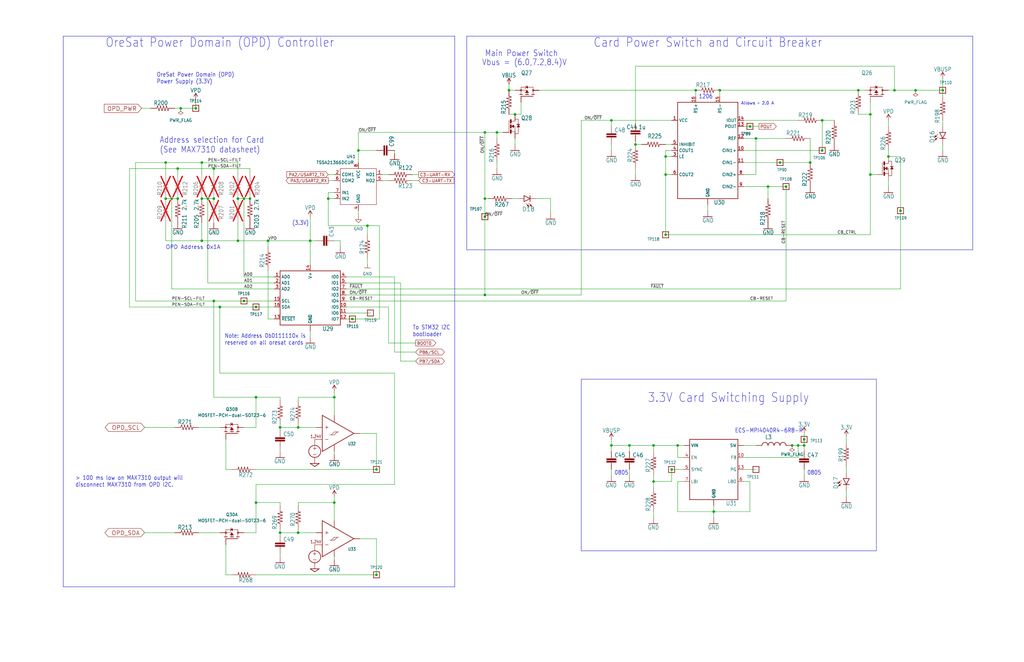
<source format=kicad_sch>
(kicad_sch (version 20231120) (generator "eeschema") (generator_version "8.0")
  (paper "B")
  (title_block (title "OreSat ADCS Card") (date "2023-11-21") (rev "v1.3"))
  (junction (at 74.93 71.12))
  (junction (at 397.51 38.1))
  (junction (at 346.71 63.5))
  (junction (at 334.01 187.96))
  (junction (at 87.63 83.82))
  (junction (at 341.63 68.58))
  (junction (at 102.87 127))
  (junction (at 257.81 187.96))
  (junction (at 158.75 198.12))
  (junction (at 209.55 55.88))
  (junction (at 85.09 83.82))
  (junction (at 107.95 167.64))
  (junction (at 102.87 83.82))
  (junction (at 92.71 129.54))
  (junction (at 336.55 187.96))
  (junction (at 74.93 83.82))
  (junction (at 285.75 187.96))
  (junction (at 107.95 212.09))
  (junction (at 140.97 167.64))
  (junction (at 293.37 38.1))
  (junction (at 107.95 129.54))
  (junction (at 125.73 224.79))
  (junction (at 90.17 83.82))
  (junction (at 105.41 83.82))
  (junction (at 374.65 66.04))
  (junction (at 267.97 60.96))
  (junction (at 361.95 38.1))
  (junction (at 386.08 38.1))
  (junction (at 377.19 38.1))
  (junction (at 275.59 187.96))
  (junction (at 125.73 180.34))
  (junction (at 151.13 63.5))
  (junction (at 280.67 73.66))
  (junction (at 118.11 180.34))
  (junction (at 367.03 73.66))
  (junction (at 138.43 83.82))
  (junction (at 280.67 99.06))
  (junction (at 214.63 38.1))
  (junction (at 339.09 185.42))
  (junction (at 303.53 38.1))
  (junction (at 316.23 53.34))
  (junction (at 140.97 212.09))
  (junction (at 113.03 101.6))
  (junction (at 204.47 124.46))
  (junction (at 130.81 101.6))
  (junction (at 85.09 68.58))
  (junction (at 82.55 45.72))
  (junction (at 72.39 83.82))
  (junction (at 328.93 68.58))
  (junction (at 100.33 83.82))
  (junction (at 339.09 187.96))
  (junction (at 69.85 68.58))
  (junction (at 331.47 78.74))
  (junction (at 148.59 134.62))
  (junction (at 69.85 83.82))
  (junction (at 318.77 58.42))
  (junction (at 257.81 50.8))
  (junction (at 90.17 71.12))
  (junction (at 204.47 83.82))
  (junction (at 379.73 88.9))
  (junction (at 76.2 45.72))
  (junction (at 118.11 224.79))
  (junction (at 85.09 101.6))
  (junction (at 217.17 48.26))
  (junction (at 265.43 187.96))
  (junction (at 367.03 48.26))
  (junction (at 346.71 50.8))
  (junction (at 154.94 95.25))
  (junction (at 323.85 78.74))
  (junction (at 158.75 242.57))
  (junction (at 275.59 203.2))
  (junction (at 300.99 215.9))
  (junction (at 283.21 198.12))
  (junction (at 100.33 101.6))
  (junction (at 90.17 127))
  (junction (at 280.67 66.04))
  (junction (at 204.47 91.44))
  (junction (at 204.47 55.88))
  (wire (pts (xy 166.37 204.47) (xy 166.37 157.48)))
  (wire (pts (xy 160.02 134.62) (xy 160.02 95.25)))
  (wire (pts (xy 118.11 190.5) (xy 118.11 189.23)))
  (wire (pts (xy 95.25 242.57) (xy 95.25 229.87)))
  (wire (pts (xy 74.93 83.82) (xy 72.39 83.82)))
  (wire (pts (xy 140.97 212.09) (xy 140.97 219.71)))
  (wire (pts (xy 367.03 99.06) (xy 280.67 99.06)))
  (wire (pts (xy 69.85 73.66) (xy 69.85 68.58)))
  (wire (pts (xy 226.06 83.82) (xy 232.156 83.82)))
  (wire (pts (xy 285.75 215.9) (xy 300.99 215.9)))
  (wire (pts (xy 146.05 132.08) (xy 156.21 132.08)))
  (wire (pts (xy 107.95 180.34) (xy 102.87 180.34)))
  (wire (pts (xy 275.59 203.2) (xy 275.59 200.66)))
  (wire (pts (xy 257.81 187.96) (xy 265.43 187.96)))
  (wire (pts (xy 163.83 129.54) (xy 163.83 144.78)))
  (wire (pts (xy 140.97 81.28) (xy 138.43 81.28)))
  (wire (pts (xy 151.765 182.88) (xy 158.75 182.88)))
  (wire (pts (xy 293.37 38.1) (xy 293.37 40.64)))
  (wire (pts (xy 130.81 101.6) (xy 133.35 101.6)))
  (wire (pts (xy 209.55 55.88) (xy 212.09 55.88)))
  (wire (pts (xy 146.05 129.54) (xy 163.83 129.54)))
  (wire (pts (xy 87.63 119.38) (xy 87.63 83.82)))
  (wire (pts (xy 146.05 127) (xy 331.47 127)))
  (wire (pts (xy 166.37 63.5) (xy 166.37 64.77)))
  (wire (pts (xy 265.43 200.66) (xy 265.43 198.12)))
  (wire (pts (xy 313.69 187.96) (xy 318.77 187.96)))
  (wire (pts (xy 374.65 38.1) (xy 377.19 38.1)))
  (wire (pts (xy 275.59 187.96) (xy 265.43 187.96)))
  (wire (pts (xy 313.69 198.12) (xy 318.77 198.12)))
  (wire (pts (xy 90.17 127) (xy 102.87 127)))
  (wire (pts (xy 339.09 190.5) (xy 339.09 187.96)))
  (wire (pts (xy 138.43 81.28) (xy 138.43 83.82)))
  (wire (pts (xy 267.97 73.66) (xy 267.97 71.12)))
  (wire (pts (xy 72.39 121.92) (xy 72.39 83.82)))
  (wire (pts (xy 397.51 33.02) (xy 397.51 38.1)))
  (wire (pts (xy 341.63 68.58) (xy 341.63 58.42)))
  (wire (pts (xy 107.95 212.09) (xy 107.95 224.79)))
  (wire (pts (xy 209.55 55.88) (xy 204.47 55.88)))
  (wire (pts (xy 176.53 76.2) (xy 173.99 76.2)))
  (wire (pts (xy 73.66 224.79) (xy 60.96 224.79)))
  (wire (pts (xy 356.87 196.85) (xy 356.87 199.39)))
  (wire (pts (xy 102.87 83.82) (xy 100.33 83.82)))
  (wire (pts (xy 379.73 121.92) (xy 146.05 121.92)))
  (wire (pts (xy 138.43 83.82) (xy 140.97 83.82)))
  (wire (pts (xy 107.95 198.12) (xy 158.75 198.12)))
  (wire (pts (xy 168.91 119.38) (xy 168.91 152.4)))
  (wire (pts (xy 151.13 63.5) (xy 158.75 63.5)))
  (wire (pts (xy 90.17 73.66) (xy 90.17 71.12)))
  (wire (pts (xy 397.51 38.1) (xy 397.51 40.64)))
  (polyline (pts (xy 196.85 105.41) (xy 196.85 15.24)))
  (wire (pts (xy 374.65 66.04) (xy 379.73 66.04)))
  (wire (pts (xy 125.73 213.36) (xy 125.73 212.09)))
  (wire (pts (xy 100.33 101.6) (xy 100.33 93.98)))
  (wire (pts (xy 316.23 215.9) (xy 300.99 215.9)))
  (wire (pts (xy 298.45 88.9) (xy 298.45 86.36)))
  (wire (pts (xy 313.69 53.34) (xy 316.23 53.34)))
  (wire (pts (xy 90.17 71.12) (xy 105.41 71.12)))
  (wire (pts (xy 115.57 116.84) (xy 102.87 116.84)))
  (polyline (pts (xy 369.57 160.02) (xy 369.57 232.41)))
  (wire (pts (xy 107.95 167.64) (xy 90.17 167.64)))
  (wire (pts (xy 374.65 76.2) (xy 374.65 78.74)))
  (wire (pts (xy 130.81 142.24) (xy 130.81 139.7)))
  (wire (pts (xy 283.21 198.12) (xy 283.21 203.2)))
  (wire (pts (xy 151.765 227.33) (xy 158.75 227.33)))
  (wire (pts (xy 57.15 127) (xy 57.15 68.58)))
  (polyline (pts (xy 191.77 247.65) (xy 26.67 247.65)))
  (wire (pts (xy 257.81 187.96) (xy 257.81 185.42)))
  (wire (pts (xy 209.55 68.58) (xy 209.55 71.12)))
  (wire (pts (xy 377.19 27.94) (xy 377.19 38.1)))
  (wire (pts (xy 204.47 83.82) (xy 204.47 91.44)))
  (wire (pts (xy 143.51 101.6) (xy 143.51 104.14)))
  (wire (pts (xy 57.15 127) (xy 90.17 127)))
  (polyline (pts (xy 245.11 160.02) (xy 369.57 160.02)))
  (wire (pts (xy 140.97 167.64) (xy 140.97 165.1)))
  (wire (pts (xy 257.81 53.34) (xy 257.81 50.8)))
  (polyline (pts (xy 245.11 232.41) (xy 245.11 160.02)))
  (wire (pts (xy 92.71 157.48) (xy 92.71 129.54)))
  (wire (pts (xy 158.75 182.88) (xy 158.75 198.12)))
  (wire (pts (xy 267.97 27.94) (xy 377.19 27.94)))
  (wire (pts (xy 328.93 68.58) (xy 313.69 68.58)))
  (wire (pts (xy 280.67 73.66) (xy 283.21 73.66)))
  (wire (pts (xy 73.66 180.34) (xy 60.96 180.34)))
  (wire (pts (xy 283.21 198.12) (xy 288.29 198.12)))
  (wire (pts (xy 336.55 187.96) (xy 339.09 187.96)))
  (wire (pts (xy 313.69 193.04) (xy 336.55 193.04)))
  (wire (pts (xy 280.67 63.5) (xy 280.67 66.04)))
  (wire (pts (xy 204.47 55.88) (xy 151.13 55.88)))
  (wire (pts (xy 336.55 187.96) (xy 334.01 187.96)))
  (wire (pts (xy 283.21 203.2) (xy 275.59 203.2)))
  (wire (pts (xy 102.87 116.84) (xy 102.87 83.82)))
  (wire (pts (xy 146.05 119.38) (xy 168.91 119.38)))
  (wire (pts (xy 154.94 95.25) (xy 138.43 95.25)))
  (wire (pts (xy 118.11 167.64) (xy 107.95 167.64)))
  (wire (pts (xy 115.57 129.54) (xy 107.95 129.54)))
  (wire (pts (xy 63.5 45.72) (xy 59.69 45.72)))
  (wire (pts (xy 113.03 101.6) (xy 130.81 101.6)))
  (wire (pts (xy 163.83 76.2) (xy 161.29 76.2)))
  (wire (pts (xy 285.75 193.04) (xy 288.29 193.04)))
  (wire (pts (xy 346.71 50.8) (xy 351.79 50.8)))
  (polyline (pts (xy 26.67 15.24) (xy 191.77 15.24)))
  (wire (pts (xy 367.03 48.26) (xy 367.03 73.66)))
  (wire (pts (xy 316.23 203.2) (xy 316.23 215.9)))
  (wire (pts (xy 118.11 168.91) (xy 118.11 167.64)))
  (wire (pts (xy 118.11 234.95) (xy 118.11 233.68)))
  (wire (pts (xy 204.47 55.88) (xy 204.47 83.82)))
  (polyline (pts (xy 196.85 15.24) (xy 410.21 15.24)))
  (wire (pts (xy 214.63 48.26) (xy 217.17 48.26)))
  (wire (pts (xy 118.11 224.79) (xy 125.73 224.79)))
  (wire (pts (xy 107.95 212.09) (xy 107.95 204.47)))
  (wire (pts (xy 280.67 66.04) (xy 280.67 73.66)))
  (wire (pts (xy 303.53 38.1) (xy 361.95 38.1)))
  (wire (pts (xy 92.71 224.79) (xy 83.82 224.79)))
  (wire (pts (xy 313.69 50.8) (xy 336.55 50.8)))
  (wire (pts (xy 275.59 218.44) (xy 275.59 215.9)))
  (wire (pts (xy 318.77 73.66) (xy 318.77 58.42)))
  (wire (pts (xy 257.81 50.8) (xy 283.21 50.8)))
  (wire (pts (xy 267.97 52.07) (xy 267.97 27.94)))
  (wire (pts (xy 125.73 223.52) (xy 125.73 224.79)))
  (wire (pts (xy 356.87 184.15) (xy 356.87 186.69)))
  (wire (pts (xy 397.51 60.96) (xy 397.51 63.5)))
  (wire (pts (xy 87.63 83.82) (xy 85.09 83.82)))
  (wire (pts (xy 361.95 38.1) (xy 364.49 38.1)))
  (wire (pts (xy 331.47 78.74) (xy 323.85 78.74)))
  (wire (pts (xy 280.67 66.04) (xy 283.21 66.04)))
  (wire (pts (xy 140.97 167.64) (xy 125.73 167.64)))
  (wire (pts (xy 92.71 129.54) (xy 54.61 129.54)))
  (wire (pts (xy 69.85 101.6) (xy 69.85 93.98)))
  (wire (pts (xy 318.77 58.42) (xy 331.47 58.42)))
  (wire (pts (xy 303.53 40.64) (xy 303.53 38.1)))
  (wire (pts (xy 323.85 83.82) (xy 323.85 78.74)))
  (wire (pts (xy 100.33 73.66) (xy 100.33 68.58)))
  (wire (pts (xy 73.66 45.72) (xy 76.2 45.72)))
  (wire (pts (xy 74.93 73.66) (xy 74.93 71.12)))
  (wire (pts (xy 92.71 180.34) (xy 83.82 180.34)))
  (polyline (pts (xy 410.21 15.24) (xy 410.21 105.41)))
  (wire (pts (xy 217.17 48.26) (xy 219.71 48.26)))
  (wire (pts (xy 118.11 212.09) (xy 107.95 212.09)))
  (wire (pts (xy 283.21 63.5) (xy 280.67 63.5)))
  (wire (pts (xy 57.15 68.58) (xy 69.85 68.58)))
  (wire (pts (xy 219.71 48.26) (xy 219.71 43.18)))
  (polyline (pts (xy 26.67 247.65) (xy 26.67 15.24)))
  (wire (pts (xy 166.37 116.84) (xy 166.37 148.59)))
  (polyline (pts (xy 369.57 232.41) (xy 245.11 232.41)))
  (wire (pts (xy 166.37 148.59) (xy 175.26 148.59)))
  (wire (pts (xy 369.57 73.66) (xy 367.03 73.66)))
  (wire (pts (xy 107.95 129.54) (xy 92.71 129.54)))
  (wire (pts (xy 113.03 104.14) (xy 113.03 101.6)))
  (wire (pts (xy 105.41 71.12) (xy 105.41 73.66)))
  (wire (pts (xy 336.55 193.04) (xy 336.55 187.96)))
  (wire (pts (xy 125.73 180.34) (xy 133.35 180.34)))
  (wire (pts (xy 163.83 73.66) (xy 161.29 73.66)))
  (wire (pts (xy 356.87 207.01) (xy 356.87 209.55)))
  (wire (pts (xy 130.81 111.76) (xy 130.81 101.6)))
  (wire (pts (xy 288.29 187.96) (xy 285.75 187.96)))
  (wire (pts (xy 151.13 55.88) (xy 151.13 63.5)))
  (wire (pts (xy 151.13 63.5) (xy 151.13 68.58)))
  (wire (pts (xy 138.43 76.2) (xy 140.97 76.2)))
  (wire (pts (xy 95.25 198.12) (xy 95.25 185.42)))
  (wire (pts (xy 245.11 124.46) (xy 245.11 50.8)))
  (wire (pts (xy 107.95 204.47) (xy 166.37 204.47)))
  (wire (pts (xy 115.57 134.62) (xy 113.03 134.62)))
  (wire (pts (xy 97.79 198.12) (xy 95.25 198.12)))
  (wire (pts (xy 374.65 50.8) (xy 374.65 53.34)))
  (polyline (pts (xy 191.77 15.24) (xy 191.77 247.65)))
  (wire (pts (xy 74.93 71.12) (xy 90.17 71.12)))
  (wire (pts (xy 140.97 236.22) (xy 140.97 234.95)))
  (wire (pts (xy 130.81 101.6) (xy 130.81 91.44)))
  (wire (pts (xy 313.69 73.66) (xy 318.77 73.66)))
  (wire (pts (xy 118.11 224.79) (xy 118.11 223.52)))
  (wire (pts (xy 377.19 38.1) (xy 386.08 38.1)))
  (wire (pts (xy 323.85 78.74) (xy 313.69 78.74)))
  (wire (pts (xy 214.63 38.1) (xy 217.17 38.1)))
  (wire (pts (xy 209.55 58.42) (xy 209.55 55.88)))
  (wire (pts (xy 97.79 242.57) (xy 95.25 242.57)))
  (wire (pts (xy 151.13 88.9) (xy 151.13 91.44)))
  (wire (pts (xy 115.57 119.38) (xy 87.63 119.38)))
  (wire (pts (xy 85.09 73.66) (xy 85.09 68.58)))
  (wire (pts (xy 397.51 50.8) (xy 397.51 53.34)))
  (wire (pts (xy 54.61 71.12) (xy 74.93 71.12)))
  (wire (pts (xy 367.03 48.26) (xy 367.03 43.18)))
  (wire (pts (xy 204.47 124.46) (xy 245.11 124.46)))
  (wire (pts (xy 146.05 124.46) (xy 204.47 124.46)))
  (wire (pts (xy 280.67 99.06) (xy 280.67 73.66)))
  (wire (pts (xy 285.75 203.2) (xy 285.75 215.9)))
  (wire (pts (xy 118.11 224.79) (xy 118.11 226.06)))
  (wire (pts (xy 138.43 95.25) (xy 138.43 83.82)))
  (wire (pts (xy 285.75 187.96) (xy 275.59 187.96)))
  (wire (pts (xy 168.91 152.4) (xy 175.26 152.4)))
  (wire (pts (xy 85.09 101.6) (xy 100.33 101.6)))
  (wire (pts (xy 125.73 168.91) (xy 125.73 167.64)))
  (wire (pts (xy 275.59 205.74) (xy 275.59 203.2)))
  (wire (pts (xy 154.94 95.25) (xy 154.94 99.06)))
  (wire (pts (xy 361.95 48.26) (xy 367.03 48.26)))
  (wire (pts (xy 113.03 114.3) (xy 113.03 134.62)))
  (wire (pts (xy 90.17 167.64) (xy 90.17 127)))
  (wire (pts (xy 257.81 63.5) (xy 257.81 60.96)))
  (wire (pts (xy 166.37 116.84) (xy 146.05 116.84)))
  (wire (pts (xy 107.95 224.79) (xy 102.87 224.79)))
  (wire (pts (xy 90.17 83.82) (xy 87.63 83.82)))
  (wire (pts (xy 118.11 181.61) (xy 118.11 180.34)))
  (wire (pts (xy 339.09 187.96) (xy 339.09 185.42)))
  (wire (pts (xy 257.81 190.5) (xy 257.81 187.96)))
  (wire (pts (xy 125.73 179.07) (xy 125.73 180.34)))
  (wire (pts (xy 69.85 68.58) (xy 85.09 68.58)))
  (wire (pts (xy 85.09 101.6) (xy 85.09 93.98)))
  (wire (pts (xy 379.73 88.9) (xy 379.73 121.92)))
  (wire (pts (xy 313.69 203.2) (xy 316.23 203.2)))
  (wire (pts (xy 176.53 73.66) (xy 173.99 73.66)))
  (polyline (pts (xy 410.21 105.41) (xy 196.85 105.41)))
  (wire (pts (xy 140.97 191.77) (xy 140.97 190.5)))
  (wire (pts (xy 232.156 83.82) (xy 232.156 89.916)))
  (wire (pts (xy 214.63 35.56) (xy 214.63 38.1)))
  (wire (pts (xy 163.83 144.78) (xy 175.26 144.78)))
  (wire (pts (xy 257.81 198.12) (xy 257.81 200.66)))
  (wire (pts (xy 166.37 157.48) (xy 92.71 157.48)))
  (wire (pts (xy 267.97 60.96) (xy 270.51 60.96)))
  (wire (pts (xy 328.93 68.58) (xy 341.63 68.58)))
  (wire (pts (xy 118.11 180.34) (xy 118.11 179.07)))
  (wire (pts (xy 72.39 83.82) (xy 69.85 83.82)))
  (wire (pts (xy 204.47 91.44) (xy 204.47 124.46)))
  (wire (pts (xy 118.11 180.34) (xy 125.73 180.34)))
  (wire (pts (xy 339.09 200.66) (xy 339.09 198.12)))
  (wire (pts (xy 339.09 182.88) (xy 339.09 185.42)))
  (wire (pts (xy 140.97 212.09) (xy 140.97 209.55)))
  (wire (pts (xy 300.99 218.44) (xy 300.99 215.9)))
  (wire (pts (xy 69.85 101.6) (xy 85.09 101.6)))
  (wire (pts (xy 313.69 63.5) (xy 346.71 63.5)))
  (wire (pts (xy 283.21 60.96) (xy 280.67 60.96)))
  (wire (pts (xy 85.09 68.58) (xy 100.33 68.58)))
  (wire (pts (xy 140.97 175.26) (xy 140.97 167.64)))
  (wire (pts (xy 82.55 45.72) (xy 82.55 41.91)))
  (wire (pts (xy 140.97 101.6) (xy 143.51 101.6)))
  (wire (pts (xy 107.95 167.64) (xy 107.95 180.34)))
  (wire (pts (xy 285.75 203.2) (xy 288.29 203.2)))
  (wire (pts (xy 379.73 66.04) (xy 379.73 88.9)))
  (wire (pts (xy 265.43 190.5) (xy 265.43 187.96)))
  (wire (pts (xy 275.59 190.5) (xy 275.59 187.96)))
  (wire (pts (xy 118.11 213.36) (xy 118.11 212.09)))
  (wire (pts (xy 115.57 121.92) (xy 72.39 121.92)))
  (wire (pts (xy 102.87 127) (xy 115.57 127)))
  (wire (pts (xy 245.11 50.8) (xy 257.81 50.8)))
  (wire (pts (xy 217.17 58.42) (xy 217.17 60.96)))
  (wire (pts (xy 227.33 38.1) (xy 293.37 38.1)))
  (wire (pts (xy 267.97 59.69) (xy 267.97 60.96)))
  (wire (pts (xy 331.47 127) (xy 331.47 78.74)))
  (wire (pts (xy 374.65 63.5) (xy 374.65 66.04)))
  (wire (pts (xy 346.71 63.5) (xy 346.71 50.8)))
  (wire (pts (xy 100.33 101.6) (xy 113.03 101.6)))
  (wire (pts (xy 316.23 53.34) (xy 320.04 53.34)))
  (wire (pts (xy 160.02 95.25) (xy 154.94 95.25)))
  (wire (pts (xy 285.75 193.04) (xy 285.75 187.96)))
  (wire (pts (xy 107.95 242.57) (xy 158.75 242.57)))
  (wire (pts (xy 367.03 73.66) (xy 367.03 99.06)))
  (wire (pts (xy 105.41 83.82) (xy 102.87 83.82)))
  (wire (pts (xy 215.9 83.82) (xy 218.44 83.82)))
  (wire (pts (xy 138.43 73.66) (xy 140.97 73.66)))
  (wire (pts (xy 313.69 58.42) (xy 318.77 58.42)))
  (wire (pts (xy 148.59 134.62) (xy 160.02 134.62)))
  (wire (pts (xy 54.61 129.54) (xy 54.61 71.12)))
  (wire (pts (xy 76.2 45.72) (xy 82.55 45.72)))
  (wire (pts (xy 140.97 212.09) (xy 125.73 212.09)))
  (wire (pts (xy 205.74 83.82) (xy 204.47 83.82)))
  (wire (pts (xy 148.59 134.62) (xy 146.05 134.62)))
  (wire (pts (xy 158.75 227.33) (xy 158.75 242.57)))
  (wire (pts (xy 386.08 38.1) (xy 397.51 38.1)))
  (wire (pts (xy 300.99 215.9) (xy 300.99 213.36)))
  (wire (pts (xy 154.94 111.76) (xy 154.94 109.22)))
  (wire (pts (xy 125.73 224.79) (xy 133.35 224.79)))
  (text "OPD Address 0x1A" (at 69.85 105.41 0) (effects (font (size 1.651 1.651)) (justify left bottom)))
  (text "Vbus = (6.0,7.2,8.4)V" (at 203.2 27.94 0) (effects (font (size 2.54 2.159)) (justify left bottom)))
  (text "Note: Address 0b0111110x is\nreserved on all oresat cards" (at 94.742 145.796 0) (effects (font (size 1.778 1.5113)) (justify left bottom)))
  (text "3.3V Card Switching Supply" (at 273.05 170.18 0) (effects (font (size 3.81 3.2385)) (justify left bottom)))
  (text "ECS-MPI4040R4-6R8-R" (at 309.88 182.88 0) (effects (font (size 1.778 1.5113)) (justify left bottom)))
  (text "Allows ~ 2.0 A" (at 312.42 44.45 0) (effects (font (size 1.27 1.27)) (justify left bottom)))
  (text "OreSat Power Domain (OPD)\nPower Supply (3.3V)" (at 66.04 35.56 0) (effects (font (size 1.778 1.5113)) (justify left bottom)))
  (text "> 100 ms low on MAX7310 output will\ndisconnect MAX7310 from OPD I2C." (at 31.75 205.74 0) (effects (font (size 1.778 1.5113)) (justify left bottom)))
  (text "Card Power Switch and Circuit Breaker" (at 250.19 20.32 0) (effects (font (size 3.81 3.2385)) (justify left bottom)))
  (text "1206" (at 294.64 41.91 0) (effects (font (size 1.778 1.5113)) (justify left bottom)))
  (text "(3.3V)" (at 123.19 95.25 0) (effects (font (size 1.778 1.5113)) (justify left bottom)))
  (text "To STM32 I2C\nbootloader" (at 173.99 142.24 0) (effects (font (size 1.778 1.5113)) (justify left bottom)))
  (text "Address selection for Card\n(See MAX7310 datasheet)" (at 67.31 64.77 0) (effects (font (size 2.54 2.159)) (justify left bottom)))
  (text "0805" (at 259.08 200.66 0) (effects (font (size 1.778 1.5113)) (justify left bottom)))
  (text "OreSat Power Domain (OPD) Controller" (at 44.45 20.32 0) (effects (font (size 3.81 3.2385)) (justify left bottom)))
  (text "0805" (at 340.36 200.66 0) (effects (font (size 1.778 1.5113)) (justify left bottom)))
  (text "Main Power Switch" (at 204.47 24.13 0) (effects (font (size 2.54 2.159)) (justify left bottom)))
  (label "~{FAULT}" (at 147.32 121.92 0) (effects (font (size 1.2446 1.2446))))
  (label "VPD" (at 113.03 101.6 0) (effects (font (size 1.2446 1.2446))))
  (label "PEN-SCL-FILT" (at 87.63 68.58 0) (effects (font (size 1.2446 1.2446))))
  (label "AD2" (at 102.87 121.92 0) (effects (font (size 1.2446 1.2446))))
  (label "CB-RESET" (at 147.32 127 0) (effects (font (size 1.2446 1.2446))))
  (label "AD1" (at 102.87 119.38 0) (effects (font (size 1.2446 1.2446))))
  (label "ON/~{OFF}" (at 151.13 55.88 0) (effects (font (size 1.2446 1.2446))))
  (label "PEN-SCL-FILT" (at 72.39 127 0) (effects (font (size 1.2446 1.2446))))
  (label "ON/~{OFF}" (at 204.47 91.44 0) (effects (font (size 1.2446 1.2446))))
  (label "AD0" (at 102.87 116.84 0) (effects (font (size 1.2446 1.2446))))
  (label "PEN-SDA-FILT" (at 87.63 71.12 0) (effects (font (size 1.2446 1.2446))))
  (label "~{FAULT}" (at 274.32 121.92 0) (effects (font (size 1.2446 1.2446))))
  (label "ON/~{OFF}" (at 147.32 124.46 0) (effects (font (size 1.2446 1.2446))))
  (label "CB_CTRL" (at 353.06 99.06 0) (effects (font (size 1.2446 1.2446))))
  (label "ON/~{OFF}" (at 246.38 50.8 0) (effects (font (size 1.2446 1.2446))))
  (label "CB-RESET" (at 316.23 127 0) (effects (font (size 1.2446 1.2446))))
  (label "PEN-SDA-FILT" (at 72.39 129.54 0) (effects (font (size 1.2446 1.2446))))
  (label "ON/~{OFF}" (at 204.47 64.77 90) (effects (font (size 1.2446 1.2446))))
  (label "CB-RESET" (at 331.47 102.87 90) (effects (font (size 1.2446 1.2446))))
  (label "ON/~{OFF}" (at 219.71 124.46 0) (effects (font (size 1.2446 1.2446))))
  (global_label "PA3{slash}USART2_RX" (shape output) (at 138.43 76.2 180) (property "Intersheetrefs" "${INTERSHEET_REFS}" (at 120.1028 76.2 0) (effects (justify right))))
  (global_label "C3-UART-RX" (shape output) (at 176.53 73.66 0) (property "Intersheetrefs" "${INTERSHEET_REFS}" (at 192.1963 73.66 0) (effects (justify left))))
  (global_label "OPD_SCL" (shape bidirectional) (at 60.96 180.34 180) (effects (font (size 1.778 1.778))) (property "Intersheetrefs" "${INTERSHEET_REFS}" (at 95.25 -210.82 0)))
  (global_label "PA2{slash}USART2_TX" (shape input) (at 138.43 73.66 180) (property "Intersheetrefs" "${INTERSHEET_REFS}" (at 120.4052 73.66 0) (effects (justify right))))
  (global_label "C3-UART-TX" (shape input) (at 176.53 76.2 0) (property "Intersheetrefs" "${INTERSHEET_REFS}" (at 191.8939 76.2 0) (effects (justify left))))
  (global_label "PB7{slash}SDA" (shape bidirectional) (at 175.26 152.4 0) (property "Intersheetrefs" "${INTERSHEET_REFS}" (at 186.3212 152.3206 0) (effects (justify left))))
  (global_label "OPD_SDA" (shape bidirectional) (at 60.96 224.79 180) (effects (font (size 1.778 1.778))) (property "Intersheetrefs" "${INTERSHEET_REFS}" (at 95.25 -121.92 0)))
  (global_label "PB6{slash}SCL" (shape bidirectional) (at 175.26 148.59 0) (property "Intersheetrefs" "${INTERSHEET_REFS}" (at 186.2607 148.5106 0) (effects (justify left))))
  (global_label "POUT" (shape output) (at 320.04 53.34 0) (property "Intersheetrefs" "${INTERSHEET_REFS}" (at 327.8444 53.34 0) (effects (justify left))))
  (global_label "BOOT0" (shape output) (at 175.26 144.78 0) (property "Intersheetrefs" "${INTERSHEET_REFS}" (at 184.2739 144.78 0) (effects (justify left))))
  (global_label "OPD_PWR" (shape input) (at 59.69 45.72 180) (effects (font (size 1.778 1.778))) (property "Intersheetrefs" "${INTERSHEET_REFS}" (at 43.2608 45.72 0) (effects (justify right))))
  (symbol (lib_id "oresat-acs-card-eagle-import:R-US_0603-C-NOSILK") (at 90.17 78.74 90) (unit 1) (dnp yes)
    (property "Reference" "R208" (at 94.2594 82.55 0) (effects (font (size 1.778 1.5113)) (justify left bottom)))
    (property "Value" "2.7k" (effects (hide yes)))
    (property "Footprint" "oresat-passives:0603-C-NOSILK" (effects (hide yes)))
  )
  (symbol (lib_id "oresat-acs-card-eagle-import:TEST-POINT-LARGE-SQUARE") (at 331.47 78.74 180) (unit 1)
    (property "Reference" "TP108" (at 334.01 74.93 0) (effects (font (size 1.27 1.0795)) (justify left bottom)))
    (property "Value" "TEST-POINT-LARGE-SQUARE" (effects (hide yes)))
    (property "Footprint" "oresat-acs-card:1X01" (effects (hide yes)))
  )
  (symbol (lib_id "oresat-acs-card-eagle-import:TEST-POINT-LARGE-SQUARE") (at 204.47 91.44 0) (unit 1)
    (property "Reference" "TP107" (at 198.12 88.9 0) (effects (font (size 1.27 1.0795)) (justify left bottom)))
    (property "Value" "TEST-POINT-LARGE-SQUARE" (effects (hide yes)))
    (property "Footprint" "oresat-acs-card:1X01" (effects (hide yes)))
  )
  (symbol (lib_id "oresat-acs-card-eagle-import:LED-GREEN0603") (at 220.98 83.82 90) (unit 1)
    (property "Reference" "D18" (at 225.552 87.249 90) (effects (font (size 1.778 1.778)) (justify left bottom)))
    (property "Value" "IN-S63AT5A" (effects (hide yes)))
    (property "Footprint" "oresat-acs-card:LED-0603" (effects (hide yes)))
  )
  (symbol (lib_id "oresat-acs-card-eagle-import:VPD") (at 130.81 91.44 0) (unit 1)
    (property "Reference" "#VPD02" (effects (hide yes)))
    (property "Value" "VPD" (at 130.81 88.646 0) (effects (font (size 1.778 1.5113)) (justify bottom)))
  )
  (symbol (lib_id "oresat-acs-card-eagle-import:TEST-POINT-LARGE-SQUARE") (at 280.67 99.06 0) (mirror y) (unit 1)
    (property "Reference" "TP118" (at 278.13 101.6 0) (effects (font (size 1.27 1.0795)) (justify left bottom)))
    (property "Value" "TEST-POINT-LARGE-SQUARE" (effects (hide yes)))
    (property "Footprint" "oresat-acs-card:1X01" (effects (hide yes)))
  )
  (symbol (lib_id "oresat-acs-card-eagle-import:GND") (at 209.55 73.66 0) (mirror y) (unit 1)
    (property "Reference" "#GND016" (effects (hide yes)))
    (property "Value" "GND" (at 212.09 76.2 0) (effects (font (size 1.778 1.5113)) (justify left bottom)))
  )
  (symbol (lib_id "oresat-acs-card-eagle-import:C-EU0805-B-NOSILK") (at 257.81 193.04 0) (unit 1)
    (property "Reference" "C45" (at 259.08 193.04 0) (effects (font (size 1.778 1.5113)) (justify left bottom)))
    (property "Value" "CL21B106KOQNNNG" (effects (hide yes)))
    (property "Footprint" "oresat-passives:0805-B-NOSILK" (effects (hide yes)))
  )
  (symbol (lib_id "oresat-acs-card-eagle-import:TEST-POINT-LARGE-SQUARE") (at 318.77 198.12 0) (unit 1)
    (property "Reference" "TP111" (at 314.96 201.93 0) (effects (font (size 1.27 1.0795)) (justify left bottom)))
    (property "Value" "TEST-POINT-LARGE-SQUARE" (effects (hide yes)))
    (property "Footprint" "oresat-acs-card:1X01" (effects (hide yes)))
  )
  (symbol (lib_id "oresat-power:GND") (at 154.94 111.76 0) (unit 1)
    (property "Reference" "#GND0145" (effects (hide yes)))
    (property "Value" "GND" (at 154.94 115.57 0))
  )
  (symbol (lib_id "oresat-acs-card-eagle-import:R-US_0603-C-NOSILK") (at 78.74 224.79 0) (unit 1)
    (property "Reference" "R213" (at 74.93 223.52 0) (effects (font (size 1.778 1.5113)) (justify left bottom)))
    (property "Value" "RC0603FR-07100RL" (effects (hide yes)))
    (property "Footprint" "oresat-passives:0603-C-NOSILK" (effects (hide yes)))
  )
  (symbol (lib_id "oresat-acs-card-eagle-import:GND") (at 300.99 220.98 0) (unit 1)
    (property "Reference" "#GND025" (effects (hide yes)))
    (property "Value" "GND" (at 298.45 223.52 0) (effects (font (size 1.778 1.5113)) (justify left bottom)))
  )
  (symbol (lib_id "oresat-acs-card-eagle-import:GND") (at 374.65 81.28 0) (mirror y) (unit 1)
    (property "Reference" "#GND031" (effects (hide yes)))
    (property "Value" "GND" (at 377.19 83.82 0) (effects (font (size 1.778 1.5113)) (justify left bottom)))
  )
  (symbol (lib_id "oresat-acs-card-eagle-import:VBUSP") (at 397.51 33.02 0) (unit 1)
    (property "Reference" "#VBUSP02" (effects (hide yes)))
    (property "Value" "VBUSP" (at 397.51 30.226 0) (effects (font (size 1.778 1.5113)) (justify bottom)))
  )
  (symbol (lib_id "oresat-acs-card-eagle-import:R-US_0603-C-NOSILK") (at 361.95 43.18 90) (unit 1)
    (property "Reference" "R223" (at 360.68 48.26 0) (effects (font (size 1.778 1.5113)) (justify left bottom)))
    (property "Value" "RC0603FR-0710KL" (effects (hide yes)))
    (property "Footprint" "oresat-passives:0603-C-NOSILK" (effects (hide yes)))
  )
  (symbol (lib_id "oresat-acs-card-eagle-import:MIC842LYC5") (at 140.97 182.88 0) (unit 1)
    (property "Reference" "U32" (at 146.685 187.96 0) (effects (font (size 1.27 1.0795)) (justify left bottom)))
    (property "Value" "MIC842LYC5" (effects (hide yes)))
    (property "Footprint" "oresat-acs-card:SC70-5" (effects (hide yes)))
  )
  (symbol (lib_id "oresat-acs-card-eagle-import:R-US_0603-C-NOSILK") (at 113.03 109.22 90) (unit 1)
    (property "Reference" "R214" (at 111.5314 113.03 0) (effects (font (size 1.778 1.5113)) (justify left bottom)))
    (property "Value" "RC0603FR-0710KL" (effects (hide yes)))
    (property "Footprint" "oresat-passives:0603-C-NOSILK" (effects (hide yes)))
  )
  (symbol (lib_id "oresat-acs-card-eagle-import:TEST-POINT-LARGE-SQUARE") (at 316.23 53.34 0) (unit 1)
    (property "Reference" "TP89" (at 312.42 57.15 0) (effects (font (size 1.27 1.0795)) (justify left bottom)))
    (property "Value" "TEST-POINT-LARGE-SQUARE" (effects (hide yes)))
    (property "Footprint" "oresat-acs-card:1X01" (effects (hide yes)))
  )
  (symbol (lib_id "oresat-acs-card-eagle-import:C-EU0603-C-NOSILK") (at 267.97 57.15 0) (mirror x) (unit 1)
    (property "Reference" "C44" (at 264.16 54.61 0) (effects (font (size 1.778 1.5113)) (justify left top)))
    (property "Value" "1u" (at 269.24 54.61 0) (effects (font (size 1.778 1.5113)) (justify left top)))
    (property "Footprint" "oresat-passives:0603-C-NOSILK" (effects (hide yes)))
  )
  (symbol (lib_id "oresat-acs-card-eagle-import:C-EU0603-C-NOSILK") (at 163.83 63.5 270) (mirror x) (unit 1)
    (property "Reference" "C99" (at 164.211 61.976 0) (effects (font (size 1.778 1.5113)) (justify left bottom)))
    (property "Value" "CL10B104KB8NNNL" (effects (hide yes)))
    (property "Footprint" "oresat-passives:0603-C-NOSILK" (effects (hide yes)))
  )
  (symbol (lib_id "oresat-acs-card-eagle-import:GND") (at 356.87 212.09 0) (mirror y) (unit 1)
    (property "Reference" "#GND030" (effects (hide yes)))
    (property "Value" "GND" (at 359.41 214.63 0) (effects (font (size 1.778 1.5113)) (justify left bottom)))
  )
  (symbol (lib_id "oresat-acs-card-eagle-import:TEST-POINT-LARGE-SQUARE") (at 339.09 185.42 0) (unit 1)
    (property "Reference" "TP113" (at 341.63 186.69 0) (effects (font (size 1.27 1.0795)) (justify left bottom)))
    (property "Value" "TEST-POINT-LARGE-SQUARE" (effects (hide yes)))
    (property "Footprint" "oresat-acs-card:1X01" (effects (hide yes)))
  )
  (symbol (lib_id "oresat-acs-card-eagle-import:TEST-POINT-LARGE-SQUARE") (at 102.87 127 180) (unit 1)
    (property "Reference" "TP116" (at 105.41 123.19 0) (effects (font (size 1.27 1.0795)) (justify left bottom)))
    (property "Value" "TEST-POINT-LARGE-SQUARE" (effects (hide yes)))
    (property "Footprint" "oresat-acs-card:1X01" (effects (hide yes)))
  )
  (symbol (lib_id "oresat-acs-card-eagle-import:R-US_0603-C-NOSILK") (at 69.85 78.74 270) (unit 1) (dnp yes)
    (property "Reference" "R210" (at 68.3514 82.55 0) (effects (font (size 1.778 1.5113)) (justify right top)))
    (property "Value" "2.7k" (effects (hide yes)))
    (property "Footprint" "oresat-passives:0603-C-NOSILK" (effects (hide yes)))
  )
  (symbol (lib_id "oresat-acs-card-eagle-import:GND") (at 217.17 63.5 0) (mirror y) (unit 1)
    (property "Reference" "#GND017" (effects (hide yes)))
    (property "Value" "GND" (at 219.71 66.04 0) (effects (font (size 1.778 1.5113)) (justify left bottom)))
  )
  (symbol (lib_id "oresat-acs-card-eagle-import:R-US_0603-C-NOSILK") (at 85.09 88.9 270) (unit 1)
    (property "Reference" "R205" (at 83.82 96.52 0) (effects (font (size 1.778 1.5113)) (justify right top)))
    (property "Value" "2.7k" (at 83.82 88.9 0) (effects (font (size 1.778 1.5113)) (justify right top)))
    (property "Footprint" "oresat-passives:0603-C-NOSILK" (effects (hide yes)))
  )
  (symbol (lib_id "oresat-acs-card-eagle-import:R-US_0603-C-NOSILK") (at 125.73 218.44 90) (unit 1)
    (property "Reference" "R270" (at 124.46 222.25 0) (effects (font (size 1.778 1.5113)) (justify left bottom)))
    (property "Value" "RC0603FR-071ML" (effects (hide yes)))
    (property "Footprint" "oresat-passives:0603-C-NOSILK" (effects (hide yes)))
  )
  (symbol (lib_id "oresat-acs-card-eagle-import:R-US_0603-C-NOSILK") (at 74.93 78.74 90) (unit 1) (dnp yes)
    (property "Reference" "R212" (at 79.0194 82.55 0) (effects (font (size 1.778 1.5113)) (justify left bottom)))
    (property "Value" "2.7k" (effects (hide yes)))
    (property "Footprint" "oresat-passives:0603-C-NOSILK" (effects (hide yes)))
  )
  (symbol (lib_id "oresat-acs-card-eagle-import:R-US_0603-C-NOSILK") (at 275.59 210.82 90) (unit 1)
    (property "Reference" "R228" (at 274.32 215.9 0) (effects (font (size 1.778 1.5113)) (justify left bottom)))
    (property "Value" "RC1005F6653CS" (effects (hide yes)))
    (property "Footprint" "oresat-passives:0603-C-NOSILK" (effects (hide yes)))
  )
  (symbol (lib_id "oresat-acs-card-eagle-import:TEST-POINT-LARGE-SQUARE") (at 158.75 198.12 180) (unit 1)
    (property "Reference" "TP121" (at 161.29 194.31 0) (effects (font (size 1.27 1.0795)) (justify left bottom)))
    (property "Value" "TEST-POINT-LARGE-SQUARE" (effects (hide yes)))
    (property "Footprint" "oresat-acs-card:1X01" (effects (hide yes)))
  )
  (symbol (lib_id "oresat-acs-card-eagle-import:GND") (at 257.81 66.04 0) (mirror y) (unit 1)
    (property "Reference" "#GND019" (effects (hide yes)))
    (property "Value" "GND" (at 260.35 68.58 0) (effects (font (size 1.778 1.5113)) (justify left bottom)))
  )
  (symbol (lib_id "oresat-acs-card-eagle-import:R-US_0603-C-NOSILK") (at 90.17 88.9 90) (unit 1) (dnp yes)
    (property "Reference" "R207" (at 94.2594 92.71 0) (effects (font (size 1.778 1.5113)) (justify left bottom)))
    (property "Value" "2.7k" (effects (hide yes)))
    (property "Footprint" "oresat-passives:0603-C-NOSILK" (effects (hide yes)))
  )
  (symbol (lib_id "power:PWR_FLAG") (at 334.01 187.96 180) (unit 1)
    (property "Reference" "#FLG0103" (effects (hide yes)))
    (property "Value" "PWR_FLAG" (at 334.01 191.77 0))
  )
  (symbol (lib_id "oresat-acs-card-eagle-import:R-US_0603-C-NOSILK") (at 374.65 58.42 90) (unit 1)
    (property "Reference" "R226" (at 373.38 63.5 0) (effects (font (size 1.778 1.5113)) (justify left bottom)))
    (property "Value" "RC0603FR-0710KL" (effects (hide yes)))
    (property "Footprint" "oresat-passives:0603-C-NOSILK" (effects (hide yes)))
  )
  (symbol (lib_id "oresat-acs-card-eagle-import:R-US_0603-C-NOSILK") (at 397.51 45.72 90) (unit 1)
    (property "Reference" "R198" (at 396.24 52.07 0) (effects (font (size 1.778 1.5113)) (justify left bottom)))
    (property "Value" "CRGCQ0603F2K7" (effects (hide yes)))
    (property "Footprint" "oresat-passives:0603-C-NOSILK" (effects (hide yes)))
  )
  (symbol (lib_id "oresat-acs-card-eagle-import:R-US_0603-C-NOSILK") (at 267.97 66.04 90) (unit 1)
    (property "Reference" "R224" (at 266.7 68.58 0) (effects (font (size 1.778 1.5113)) (justify left bottom)))
    (property "Value" "RC1005F6653CS" (effects (hide yes)))
    (property "Footprint" "oresat-passives:0603-C-NOSILK" (effects (hide yes)))
  )
  (symbol (lib_id "oresat-acs-card-eagle-import:R-US_0603-C-NOSILK") (at 210.82 83.82 180) (unit 1)
    (property "Reference" "R267" (at 214.63 85.3186 0) (effects (font (size 1.778 1.5113)) (justify left bottom)))
    (property "Value" "CRGCQ0603F2K7" (effects (hide yes)))
    (property "Footprint" "oresat-passives:0603-C-NOSILK" (effects (hide yes)))
  )
  (symbol (lib_id "oresat-acs-card-eagle-import:C-EU0603-C-NOSILK") (at 118.11 184.15 0) (unit 1)
    (property "Reference" "C50" (at 119.38 184.15 0) (effects (font (size 1.778 1.5113)) (justify left bottom)))
    (property "Value" "CC0603KRX7R7BB105" (effects (hide yes)))
    (property "Footprint" "oresat-passives:0603-C-NOSILK" (effects (hide yes)))
  )
  (symbol (lib_id "oresat-acs-card-eagle-import:R-US_0603-C-NOSILK") (at 341.63 50.8 180) (unit 1)
    (property "Reference" "R219" (at 336.55 49.53 0) (effects (font (size 1.778 1.5113)) (justify right top)))
    (property "Value" "RC0603JR-070RL" (effects (hide yes)))
    (property "Footprint" "oresat-passives:0603-C-NOSILK" (effects (hide yes)))
  )
  (symbol (lib_id "oresat-acs-card-eagle-import:R-US_0603-C-NOSILK") (at 102.87 198.12 180) (unit 1)
    (property "Reference" "R272" (at 106.68 199.39 0) (effects (font (size 1.778 1.5113)) (justify left bottom)))
    (property "Value" "RC0603FR-07665KL" (effects (hide yes)))
    (property "Footprint" "oresat-passives:0603-C-NOSILK" (effects (hide yes)))
  )
  (symbol (lib_id "oresat-acs-card-eagle-import:TEST-POINT-LARGE-SQUARE") (at 82.55 45.72 180) (unit 1)
    (property "Reference" "TP114" (at 85.09 41.91 0) (effects (font (size 1.27 1.0795)) (justify left bottom)))
    (property "Value" "TEST-POINT-LARGE-SQUARE" (effects (hide yes)))
    (property "Footprint" "oresat-acs-card:1X01" (effects (hide yes)))
  )
  (symbol (lib_id "oresat-acs-card-eagle-import:GND") (at 90.17 96.52 0) (mirror y) (unit 1)
    (property "Reference" "#GND07" (effects (hide yes)))
    (property "Value" "GND" (at 92.71 99.06 0) (effects (font (size 1.778 1.5113)) (justify left bottom)))
  )
  (symbol (lib_id "oresat-acs-card-eagle-import:GND") (at 140.97 194.31 0) (mirror y) (unit 1)
    (property "Reference" "#GND012" (effects (hide yes)))
    (property "Value" "GND" (at 143.51 196.85 0) (effects (font (size 1.778 1.5113)) (justify left bottom)))
  )
  (symbol (lib_id "oresat-acs-card-eagle-import:GND") (at 265.43 203.2 0) (unit 1)
    (property "Reference" "#GND021" (effects (hide yes)))
    (property "Value" "GND" (at 262.89 205.74 0) (effects (font (size 1.778 1.5113)) (justify left bottom)))
  )
  (symbol (lib_id "oresat-acs-card-eagle-import:GND") (at 130.81 144.78 0) (mirror y) (unit 1)
    (property "Reference" "#GND011" (effects (hide yes)))
    (property "Value" "GND" (at 133.35 147.32 0) (effects (font (size 1.778 1.5113)) (justify left bottom)))
  )
  (symbol (lib_id "oresat-acs-card-eagle-import:R-US_0603-C-NOSILK") (at 351.79 55.88 90) (unit 1)
    (property "Reference" "R220" (at 350.2914 60.96 0) (effects (font (size 1.778 1.5113)) (justify left bottom)))
    (property "Value" "RC1005F6653CS" (effects (hide yes)))
    (property "Footprint" "oresat-passives:0603-C-NOSILK" (effects (hide yes)))
  )
  (symbol (lib_id "oresat-acs-card-eagle-import:MAX4211") (at 298.45 60.96 0) (unit 1)
    (property "Reference" "U30" (at 300.99 86.36 0) (effects (font (size 1.778 1.5113)) (justify left bottom)))
    (property "Value" "MAX4211" (effects (hide yes)))
    (property "Footprint" "oresat-acs-card:QFN65P400X400X80-17T210" (effects (hide yes)))
  )
  (symbol (lib_id "oresat-acs-card-eagle-import:R-US_0603-C-NOSILK") (at 105.41 88.9 90) (unit 1)
    (property "Reference" "R203" (at 109.22 96.52 0) (effects (font (size 1.778 1.5113)) (justify left bottom)))
    (property "Value" "2.7k" (at 109.22 88.9 0) (effects (font (size 1.778 1.5113)) (justify left bottom)))
    (property "Footprint" "oresat-passives:0603-C-NOSILK" (effects (hide yes)))
  )
  (symbol (lib_id "oresat-acs-card-eagle-import:GND") (at 105.41 96.52 0) (mirror y) (unit 1)
    (property "Reference" "#GND08" (effects (hide yes)))
    (property "Value" "GND" (at 107.95 99.06 0) (effects (font (size 1.778 1.5113)) (justify left bottom)))
  )
  (symbol (lib_id "oresat-acs-card-eagle-import:VPD") (at 82.55 41.91 0) (unit 1)
    (property "Reference" "#VPD01" (effects (hide yes)))
    (property "Value" "VPD" (at 82.55 39.116 0) (effects (font (size 1.778 1.5113)) (justify bottom)))
  )
  (symbol (lib_id "oresat-acs-card-eagle-import:R-US_0603-C-NOSILK") (at 118.11 173.99 90) (unit 1)
    (property "Reference" "R273" (at 116.84 179.07 0) (effects (font (size 1.778 1.5113)) (justify left bottom)))
    (property "Value" "MCT06030C3303FP000" (effects (hide yes)))
    (property "Footprint" "oresat-passives:0603-C-NOSILK" (effects (hide yes)))
  )
  (symbol (lib_id "oresat-acs-card-eagle-import:GND") (at 275.59 220.98 0) (unit 1)
    (property "Reference" "#GND023" (effects (hide yes)))
    (property "Value" "GND" (at 273.05 223.52 0) (effects (font (size 1.778 1.5113)) (justify left bottom)))
  )
  (symbol (lib_id "oresat-acs-card-eagle-import:GND") (at 339.09 203.2 0) (mirror y) (unit 1)
    (property "Reference" "#GND027" (effects (hide yes)))
    (property "Value" "GND" (at 341.63 205.74 0) (effects (font (size 1.778 1.5113)) (justify left bottom)))
  )
  (symbol (lib_id "oresat-acs-card-eagle-import:TEST-POINT-LARGE-SQUARE") (at 156.21 132.08 90) (unit 1)
    (property "Reference" "TP119" (at 153.67 135.89 90) (effects (font (size 1.27 1.0795)) (justify right top)))
    (property "Value" "TEST-POINT-LARGE-SQUARE" (effects (hide yes)))
    (property "Footprint" "oresat-acs-card:1X01" (effects (hide yes)))
  )
  (symbol (lib_id "oresat-acs-card-eagle-import:TEST-POINT-LARGE-SQUARE") (at 158.75 242.57 180) (unit 1)
    (property "Reference" "TP120" (at 161.29 238.76 0) (effects (font (size 1.27 1.0795)) (justify left bottom)))
    (property "Value" "TEST-POINT-LARGE-SQUARE" (effects (hide yes)))
    (property "Footprint" "oresat-acs-card:1X01" (effects (hide yes)))
  )
  (symbol (lib_id "oresat-acs-card-eagle-import:PMV45EN") (at 217.17 53.34 0) (unit 1)
    (property "Reference" "Q28" (at 219.71 50.8 0) (effects (font (size 1.778 1.5113)) (justify left bottom)))
    (property "Value" "PMV45EN2R" (effects (hide yes)))
    (property "Footprint" "oresat-acs-card:SOT23" (effects (hide yes)))
  )
  (symbol (lib_id "oresat-acs-card-eagle-import:L-ECS-MPI4040") (at 326.39 187.96 90) (unit 1)
    (property "Reference" "L3" (at 322.58 185.42 90) (effects (font (size 1.778 1.5113)) (justify right top)))
    (property "Value" "ECS-MPI4040R4-6R8-R" (effects (hide yes)))
    (property "Footprint" "oresat-acs-card:ECS-MPI4040" (effects (hide yes)))
  )
  (symbol (lib_id "oresat-acs-card-eagle-import:TPS6211X") (at 300.99 195.58 0) (unit 1)
    (property "Reference" "U31" (at 306.07 213.36 0) (effects (font (size 1.778 1.5113)) (justify left bottom)))
    (property "Value" "TPS62111RSA" (effects (hide yes)))
    (property "Footprint" "oresat-acs-card:S-PVQFN-16" (effects (hide yes)))
  )
  (symbol (lib_id "oresat-acs-card-eagle-import:TEST-POINT-LARGE-SQUARE") (at 283.21 198.12 0) (unit 1)
    (property "Reference" "TP112" (at 279.908 195.834 0) (effects (font (size 1.27 1.0795)) (justify left bottom)))
    (property "Value" "TEST-POINT-LARGE-SQUARE" (effects (hide yes)))
    (property "Footprint" "oresat-acs-card:1X01" (effects (hide yes)))
  )
  (symbol (lib_id "oresat-acs-card-eagle-import:MIC842LYC5") (at 140.97 227.33 0) (unit 1)
    (property "Reference" "U33" (at 146.685 232.41 0) (effects (font (size 1.27 1.0795)) (justify left bottom)))
    (property "Value" "MIC842LYC5" (effects (hide yes)))
    (property "Footprint" "oresat-acs-card:SC70-5" (effects (hide yes)))
  )
  (symbol (lib_id "oresat-acs-card-eagle-import:C-EU0603-C-NOSILK") (at 118.11 228.6 0) (unit 1)
    (property "Reference" "C49" (at 119.38 228.6 0) (effects (font (size 1.778 1.5113)) (justify left bottom)))
    (property "Value" "CC0603KRX7R7BB105" (effects (hide yes)))
    (property "Footprint" "oresat-passives:0603-C-NOSILK" (effects (hide yes)))
  )
  (symbol (lib_id "oresat-acs-card-eagle-import:GND") (at 118.11 193.04 0) (unit 1)
    (property "Reference" "#GND09" (effects (hide yes)))
    (property "Value" "GND" (at 115.57 195.58 0) (effects (font (size 1.778 1.5113)) (justify left bottom)))
  )
  (symbol (lib_id "oresat-acs-card-eagle-import:LED-GREEN0603") (at 397.51 55.88 0) (unit 1)
    (property "Reference" "D16" (at 394.081 60.452 90) (effects (font (size 1.778 1.778)) (justify left bottom)))
    (property "Value" "SML-E12M8WT86" (effects (hide yes)))
    (property "Footprint" "oresat-acs-card:LED-0603" (effects (hide yes)))
  )
  (symbol (lib_id "oresat-acs-card-eagle-import:R-US_0603-C-NOSILK") (at 323.85 88.9 90) (unit 1)
    (property "Reference" "R218" (at 322.58 95.25 0) (effects (font (size 1.778 1.5113)) (justify left bottom)))
    (property "Value" "RC0603FR-0710KL" (effects (hide yes)))
    (property "Footprint" "oresat-passives:0603-C-NOSILK" (effects (hide yes)))
  )
  (symbol (lib_id "oresat-acs-card-eagle-import:R-US_0603-C-NOSILK") (at 69.85 88.9 270) (unit 1) (dnp yes)
    (property "Reference" "R209" (at 68.3514 92.71 0) (effects (font (size 1.778 1.5113)) (justify right top)))
    (property "Value" "2.7k" (effects (hide yes)))
    (property "Footprint" "oresat-passives:0603-C-NOSILK" (effects (hide yes)))
  )
  (symbol (lib_id "power:PWR_FLAG") (at 76.2 45.72 180) (unit 1)
    (property "Reference" "#FLG010" (effects (hide yes)))
    (property "Value" "PWR_FLAG" (at 76.2 50.8 0))
  )
  (symbol (lib_id "oresat-acs-card-eagle-import:C-EU0805-B-NOSILK") (at 339.09 193.04 0) (unit 1)
    (property "Reference" "C47" (at 340.36 193.04 0) (effects (font (size 1.778 1.5113)) (justify left bottom)))
    (property "Value" "GRM21BD71A226ME44L" (effects (hide yes)))
    (property "Footprint" "oresat-passives:0805-B-NOSILK" (effects (hide yes)))
  )
  (symbol (lib_id "oresat-acs-card-eagle-import:GND") (at 323.85 96.52 0) (mirror y) (unit 1)
    (property "Reference" "#GND026" (effects (hide yes)))
    (property "Value" "GND" (at 326.39 99.06 0) (effects (font (size 1.778 1.5113)) (justify left bottom)))
  )
  (symbol (lib_id "oresat-acs-card-eagle-import:R-US_0603-C-NOSILK") (at 168.91 76.2 180) (unit 1)
    (property "Reference" "R123" (at 173.99 77.47 0) (effects (font (size 1.778 1.5113)) (justify left bottom)))
    (property "Value" "RC0603FR-0710KL" (effects (hide yes)))
    (property "Footprint" "oresat-passives:0603-C-NOSILK" (effects (hide yes)))
  )
  (symbol (lib_id "oresat-acs-card-eagle-import:R-US_0603-C-NOSILK") (at 168.91 73.66 180) (unit 1)
    (property "Reference" "R122" (at 173.99 69.85 0) (effects (font (size 1.778 1.5113)) (justify left bottom)))
    (property "Value" "RC0603FR-0710KL" (effects (hide yes)))
    (property "Footprint" "oresat-passives:0603-C-NOSILK" (effects (hide yes)))
  )
  (symbol (lib_id "oresat-acs-card-eagle-import:R-US_0603-C-NOSILK") (at 341.63 73.66 90) (unit 1)
    (property "Reference" "R222" (at 340.36 78.74 0) (effects (font (size 1.778 1.5113)) (justify left bottom)))
    (property "Value" "RC1005F6653CS" (effects (hide yes)))
    (property "Footprint" "oresat-passives:0603-C-NOSILK" (effects (hide yes)))
  )
  (symbol (lib_id "oresat-acs-card-eagle-import:R-US_R1206") (at 298.45 38.1 0) (unit 1)
    (property "Reference" "R217" (at 293.37 36.83 0) (effects (font (size 1.778 1.5113)) (justify left bottom)))
    (property "Value" "CSR1206FTR100" (effects (hide yes)))
    (property "Footprint" "oresat-acs-card:R1206" (effects (hide yes)))
  )
  (symbol (lib_id "oresat-acs-card-eagle-import:R-US_0603-C-NOSILK") (at 125.73 173.99 90) (unit 1)
    (property "Reference" "R274" (at 124.46 177.8 0) (effects (font (size 1.778 1.5113)) (justify left bottom)))
    (property "Value" "RC0603FR-071ML" (effects (hide yes)))
    (property "Footprint" "oresat-passives:0603-C-NOSILK" (effects (hide yes)))
  )
  (symbol (lib_id "oresat-acs-card-eagle-import:C-EU0603-C-NOSILK") (at 265.43 193.04 0) (unit 1)
    (property "Reference" "C46" (at 266.7 193.04 0) (effects (font (size 1.778 1.5113)) (justify left bottom)))
    (property "Value" "CC0603KRX7R7BB105" (effects (hide yes)))
    (property "Footprint" "oresat-passives:0603-C-NOSILK" (effects (hide yes)))
  )
  (symbol (lib_id "oresat-acs-card-eagle-import:GND") (at 257.81 203.2 0) (unit 1)
    (property "Reference" "#GND020" (effects (hide yes)))
    (property "Value" "GND" (at 255.27 205.74 0) (effects (font (size 1.778 1.5113)) (justify left bottom)))
  )
  (symbol (lib_id "oresat-acs-card-eagle-import:VPD") (at 140.97 165.1 0) (unit 1)
    (property "Reference" "#VPD03" (effects (hide yes)))
    (property "Value" "VPD" (at 140.97 162.306 0) (effects (font (size 1.778 1.5113)) (justify bottom)))
  )
  (symbol (lib_id "oresat-acs-card-eagle-import:C-EU0603-C-NOSILK") (at 257.81 55.88 0) (unit 1)
    (property "Reference" "C48" (at 259.08 55.88 0) (effects (font (size 1.778 1.5113)) (justify left bottom)))
    (property "Value" "CC0603KRX7R7BB105" (effects (hide yes)))
    (property "Footprint" "oresat-passives:0603-C-NOSILK" (effects (hide yes)))
  )
  (symbol (lib_id "oresat-acs-card-eagle-import:MOSFET-PCH-dual-SOT23-6") (at 97.79 182.88 90) (unit 2)
    (property "Reference" "Q30" (at 97.79 172.72 90))
    (property "Value" "MOSFET-PCH-dual-SOT23-6" (at 97.79 175.26 90))
    (property "Footprint" "oresat-acs-card:SOT23-6" (effects (hide yes)))
  )
  (symbol (lib_id "oresat-acs-card-eagle-import:R-US_0603-C-NOSILK") (at 356.87 191.77 90) (unit 1)
    (property "Reference" "R199" (at 355.6 194.945 0) (effects (font (size 1.778 1.5113)) (justify left bottom)))
    (property "Value" "CRGCQ0603F2K7" (effects (hide yes)))
    (property "Footprint" "oresat-passives:0603-C-NOSILK" (effects (hide yes)))
  )
  (symbol (lib_id "oresat-acs-card-eagle-import:PMV45EN") (at 374.65 71.12 0) (unit 1)
    (property "Reference" "Q29" (at 377.19 68.58 0) (effects (font (size 1.778 1.5113)) (justify left bottom)))
    (property "Value" "PMV45EN2R" (effects (hide yes)))
    (property "Footprint" "oresat-acs-card:SOT23" (effects (hide yes)))
  )
  (symbol (lib_id "oresat-acs-card-eagle-import:GND") (at 143.51 106.68 0) (mirror y) (unit 1)
    (property "Reference" "#GND014" (effects (hide yes)))
    (property "Value" "GND" (at 146.05 109.22 0) (effects (font (size 1.778 1.5113)) (justify left bottom)))
  )
  (symbol (lib_id "oresat-acs-card-eagle-import:MOSFET-PCH-SOT23-6") (at 222.25 40.64 90) (unit 1)
    (property "Reference" "Q27" (at 219.71 31.75 90) (effects (font (size 1.778 1.5113)) (justify right top)))
    (property "Value" "MOSFET-PCH-SOT23-6" (effects (hide yes)))
    (property "Footprint" "oresat-acs-card:SOT23-6" (effects (hide yes)))
  )
  (symbol (lib_id "oresat-acs-card-eagle-import:LED-GREEN0603") (at 356.87 201.93 0) (unit 1)
    (property "Reference" "D17" (at 353.441 206.502 90) (effects (font (size 1.778 1.778)) (justify left bottom)))
    (property "Value" "SML-E12M8WT86" (effects (hide yes)))
    (property "Footprint" "oresat-acs-card:LED-0603" (effects (hide yes)))
  )
  (symbol (lib_id "oresat-acs-card-eagle-import:R-US_0603-C-NOSILK") (at 118.11 218.44 90) (unit 1)
    (property "Reference" "R269" (at 116.84 223.52 0) (effects (font (size 1.778 1.5113)) (justify left bottom)))
    (property "Value" "MCT06030C3303FP000" (effects (hide yes)))
    (property "Footprint" "oresat-passives:0603-C-NOSILK" (effects (hide yes)))
  )
  (symbol (lib_id "oresat-acs-card-eagle-import:GND") (at 298.45 91.44 0) (mirror y) (unit 1)
    (property "Reference" "#GND024" (effects (hide yes)))
    (property "Value" "GND" (at 300.99 93.98 0) (effects (font (size 1.778 1.5113)) (justify left bottom)))
  )
  (symbol (lib_id "oresat-acs-card-eagle-import:TEST-POINT-LARGE-SQUARE") (at 397.51 38.1 0) (unit 1)
    (property "Reference" "TP110" (at 396.24 35.56 0) (effects (font (size 1.27 1.0795)) (justify left bottom)))
    (property "Value" "TEST-POINT-LARGE-SQUARE" (effects (hide yes)))
    (property "Footprint" "oresat-acs-card:1X01" (effects (hide yes)))
  )
  (symbol (lib_id "oresat-acs-card-eagle-import:TEST-POINT-LARGE-SQUARE") (at 148.59 134.62 0) (unit 1)
    (property "Reference" "TP115" (at 146.05 138.43 0) (effects (font (size 1.27 1.0795)) (justify left bottom)))
    (property "Value" "TEST-POINT-LARGE-SQUARE" (effects (hide yes)))
    (property "Footprint" "oresat-acs-card:1X01" (effects (hide yes)))
  )
  (symbol (lib_id "oresat-acs-card-eagle-import:R-US_0603-C-NOSILK") (at 100.33 88.9 270) (unit 1) (dnp yes)
    (property "Reference" "R201" (at 98.8314 92.71 0) (effects (font (size 1.778 1.5113)) (justify right top)))
    (property "Value" "2.7k" (effects (hide yes)))
    (property "Footprint" "oresat-passives:0603-C-NOSILK" (effects (hide yes)))
  )
  (symbol (lib_id "oresat-acs-card-eagle-import:VPD") (at 374.65 50.8 0) (unit 1)
    (property "Reference" "#VPD05" (effects (hide yes)))
    (property "Value" "VPD" (at 374.65 48.006 0) (effects (font (size 1.778 1.5113)) (justify bottom)))
  )
  (symbol (lib_id "oresat-acs-card-eagle-import:R-US_0603-C-NOSILK") (at 105.41 78.74 90) (unit 1) (dnp yes)
    (property "Reference" "R204" (at 109.4994 82.55 0) (effects (font (size 1.778 1.5113)) (justify left bottom)))
    (property "Value" "2.7k" (effects (hide yes)))
    (property "Footprint" "oresat-passives:0603-C-NOSILK" (effects (hide yes)))
  )
  (symbol (lib_id "oresat-acs-card-eagle-import:GND") (at 140.97 238.76 0) (mirror y) (unit 1)
    (property "Reference" "#GND013" (effects (hide yes)))
    (property "Value" "GND" (at 143.51 241.3 0) (effects (font (size 1.778 1.5113)) (justify left bottom)))
  )
  (symbol (lib_id "oresat-acs-card-eagle-import:VBUS") (at 214.63 33.02 0) (unit 1)
    (property "Reference" "#VBUS02" (effects (hide yes)))
    (property "Value" "VBUS" (at 214.63 32.766 0) (effects (font (size 1.778 1.5113)) (justify bottom)))
  )
  (symbol (lib_id "oresat-acs-card-eagle-import:TEST-POINT-LARGE-SQUARE") (at 346.71 63.5 0) (unit 1)
    (property "Reference" "TP106" (at 342.9 67.31 0) (effects (font (size 1.27 1.0795)) (justify left bottom)))
    (property "Value" "TEST-POINT-LARGE-SQUARE" (effects (hide yes)))
    (property "Footprint" "oresat-acs-card:1X01" (effects (hide yes)))
  )
  (symbol (lib_id "oresat-acs-card-eagle-import:VPD") (at 140.97 209.55 0) (unit 1)
    (property "Reference" "#VPD04" (effects (hide yes)))
    (property "Value" "VPD" (at 140.97 206.756 0) (effects (font (size 1.778 1.5113)) (justify bottom)))
  )
  (symbol (lib_id "oresat-acs-card-eagle-import:GND") (at 232.156 92.456 0) (mirror y) (unit 1)
    (property "Reference" "#GND018" (effects (hide yes)))
    (property "Value" "GND" (at 234.696 94.996 0) (effects (font (size 1.778 1.5113)) (justify left bottom)))
  )
  (symbol (lib_id "oresat-acs-card-eagle-import:GND") (at 166.37 67.31 0) (mirror y) (unit 1)
    (property "Reference" "#GND015" (effects (hide yes)))
    (property "Value" "GND" (at 168.91 69.85 0) (effects (font (size 1.778 1.5113)) (justify left bottom)))
  )
  (symbol (lib_id "oresat-acs-card-eagle-import:GND") (at 397.51 66.04 0) (mirror y) (unit 1)
    (property "Reference" "#GND032" (effects (hide yes)))
    (property "Value" "GND" (at 400.05 68.58 0) (effects (font (size 1.778 1.5113)) (justify left bottom)))
  )
  (symbol (lib_id "oresat-acs-card-eagle-import:R-US_0603-C-NOSILK") (at 214.63 43.18 90) (unit 1)
    (property "Reference" "R215" (at 213.36 48.26 0) (effects (font (size 1.778 1.5113)) (justify left bottom)))
    (property "Value" "RC0603FR-0710KL" (effects (hide yes)))
    (property "Footprint" "oresat-passives:0603-C-NOSILK" (effects (hide yes)))
  )
  (symbol (lib_id "oresat-acs-card-eagle-import:GND") (at 341.63 81.28 0) (mirror y) (unit 1)
    (property "Reference" "#GND028" (effects (hide yes)))
    (property "Value" "GND" (at 344.17 83.82 0) (effects (font (size 1.778 1.5113)) (justify left bottom)))
  )
  (symbol (lib_id "oresat-acs-card-eagle-import:MOSFET-PCH-SOT23-6") (at 369.57 40.64 90) (unit 1)
    (property "Reference" "Q26" (at 363.22 31.75 90) (effects (font (size 1.778 1.5113)) (justify right top)))
    (property "Value" "MOSFET-PCH-SOT23-6" (effects (hide yes)))
    (property "Footprint" "oresat-acs-card:SOT23-6" (effects (hide yes)))
  )
  (symbol (lib_id "power:GND") (at 151.13 91.44 0) (unit 1)
    (property "Reference" "#PWR039" (effects (hide yes)))
    (property "Value" "GND" (at 151.13 96.52 0))
  )
  (symbol (lib_id "oresat-acs-card-eagle-import:R-US_0603-C-NOSILK") (at 68.58 45.72 0) (unit 1)
    (property "Reference" "R200" (at 64.77 44.45 0) (effects (font (size 1.778 1.5113)) (justify left bottom)))
    (property "Value" "RC0603FR-0710RL" (effects (hide yes)))
    (property "Footprint" "oresat-passives:0603-C-NOSILK" (effects (hide yes)))
  )
  (symbol (lib_id "oresat-acs-card-eagle-import:GND") (at 267.97 76.2 0) (mirror y) (unit 1)
    (property "Reference" "#GND022" (effects (hide yes)))
    (property "Value" "GND" (at 270.51 78.74 0) (effects (font (size 1.778 1.5113)) (justify left bottom)))
  )
  (symbol (lib_id "oresat-acs-card-eagle-import:R-US_0603-C-NOSILK") (at 102.87 242.57 180) (unit 1)
    (property "Reference" "R268" (at 106.68 243.84 0) (effects (font (size 1.778 1.5113)) (justify left bottom)))
    (property "Value" "RC0603FR-07665KL" (effects (hide yes)))
    (property "Footprint" "oresat-passives:0603-C-NOSILK" (effects (hide yes)))
  )
  (symbol (lib_id "oresat-acs-card-eagle-import:R-US_0603-C-NOSILK") (at 275.59 195.58 90) (unit 1)
    (property "Reference" "R227" (at 274.32 199.39 0) (effects (font (size 1.778 1.5113)) (justify left bottom)))
    (property "Value" "RC0603FR-0710KL" (effects (hide yes)))
    (property "Footprint" "oresat-passives:0603-C-NOSILK" (effects (hide yes)))
  )
  (symbol (lib_id "oresat-acs-card-eagle-import:R-US_0603-C-NOSILK") (at 209.55 63.5 90) (unit 1)
    (property "Reference" "R216" (at 208.28 68.58 0) (effects (font (size 1.778 1.5113)) (justify left bottom)))
    (property "Value" "RC0603FR-0710KL" (effects (hide yes)))
    (property "Footprint" "oresat-passives:0603-C-NOSILK" (effects (hide yes)))
  )
  (symbol (lib_id "oresat-acs-card-eagle-import:GND") (at 74.93 96.52 0) (mirror y) (unit 1)
    (property "Reference" "#GND06" (effects (hide yes)))
    (property "Value" "GND" (at 77.47 99.06 0) (effects (font (size 1.778 1.5113)) (justify left bottom)))
  )
  (symbol (lib_id "oresat-acs-card-eagle-import:TS5A21366DCUR") (at 151.13 78.74 0) (unit 1)
    (property "Reference" "U41" (at 146.05 66.04 0) (effects (justify left)))
    (property "Value" "TS5A21366DCUR" (at 133.35 68.58 0) (effects (justify left)))
    (property "Footprint" "oresat-acs-card:DCU-R-PDSO-G8" (effects (hide yes)))
  )
  (symbol (lib_id "oresat-acs-card-eagle-import:TEST-POINT-LARGE-SQUARE") (at 379.73 88.9 0) (unit 1)
    (property "Reference" "TP109" (at 377.19 92.71 0) (effects (font (size 1.27 1.0795)) (justify left bottom)))
    (property "Value" "TEST-POINT-LARGE-SQUARE" (effects (hide yes)))
    (property "Footprint" "oresat-acs-card:1X01" (effects (hide yes)))
  )
  (symbol (lib_id "oresat-acs-card-eagle-import:C-EU0603-C-NOSILK") (at 138.43 101.6 270) (mirror x) (unit 1)
    (property "Reference" "C43" (at 138.811 100.076 0) (effects (font (size 1.778 1.5113)) (justify left bottom)))
    (property "Value" "CL10B104KB8NNNL" (effects (hide yes)))
    (property "Footprint" "oresat-passives:0603-C-NOSILK" (effects (hide yes)))
  )
  (symbol (lib_id "oresat-acs-card-eagle-import:R-US_0603-C-NOSILK") (at 100.33 78.74 270) (unit 1) (dnp yes)
    (property "Reference" "R202" (at 98.8314 82.55 0) (effects (font (size 1.778 1.5113)) (justify right top)))
    (property "Value" "2.7k" (effects (hide yes)))
    (property "Footprint" "oresat-passives:0603-C-NOSILK" (effects (hide yes)))
  )
  (symbol (lib_id "oresat-acs-card-eagle-import:3.3V") (at 339.09 182.88 0) (unit 1)
    (property "Reference" "#SUPPLY04" (effects (hide yes)))
    (property "Value" "3.3V" (at 339.09 180.086 0) (effects (font (size 1.778 1.5113)) (justify bottom)))
  )
  (symbol (lib_id "oresat-acs-card-eagle-import:VBUSP") (at 257.81 185.42 0) (unit 1)
    (property "Reference" "#VBUSP01" (effects (hide yes)))
    (property "Value" "VBUSP" (at 257.81 182.626 0) (effects (font (size 1.778 1.5113)) (justify bottom)))
  )
  (symbol (lib_id "oresat-acs-card-eagle-import:TEST-POINT-LARGE-SQUARE") (at 328.93 68.58 0) (unit 1)
    (property "Reference" "TP90" (at 327.66 72.39 0) (effects (font (size 1.27 1.0795)) (justify left bottom)))
    (property "Value" "TEST-POINT-LARGE-SQUARE" (effects (hide yes)))
    (property "Footprint" "oresat-acs-card:1X01" (effects (hide yes)))
  )
  (symbol (lib_id "oresat-acs-card-eagle-import:R-US_0603-C-NOSILK") (at 275.59 60.96 180) (unit 1)
    (property "Reference" "R225" (at 273.05 58.42 0) (effects (font (size 1.778 1.5113)) (justify right top)))
    (property "Value" "RC1005F6653CS" (effects (hide yes)))
    (property "Footprint" "oresat-passives:0603-C-NOSILK" (effects (hide yes)))
  )
  (symbol (lib_id "oresat-acs-card-eagle-import:R-US_0603-C-NOSILK") (at 154.94 104.14 90) (unit 1)
    (property "Reference" "R124" (at 153.67 107.315 0) (effects (font (size 1.778 1.5113)) (justify left bottom)))
    (property "Value" "CRGCQ0603F2K7" (effects (hide yes)))
    (property "Footprint" "oresat-passives:0603-C-NOSILK" (effects (hide yes)))
  )
  (symbol (lib_id "oresat-acs-card-eagle-import:R-US_0603-C-NOSILK") (at 78.74 180.34 0) (unit 1)
    (property "Reference" "R271" (at 74.93 179.07 0) (effects (font (size 1.778 1.5113)) (justify left bottom)))
    (property "Value" "RC0603FR-07100RL" (effects (hide yes)))
    (property "Footprint" "oresat-passives:0603-C-NOSILK" (effects (hide yes)))
  )
  (symbol (lib_id "oresat-acs-card-eagle-import:3.3V") (at 356.87 184.15 0) (unit 1)
    (property "Reference" "#SUPPLY05" (effects (hide yes)))
    (property "Value" "3.3V" (at 356.87 181.356 0) (effects (font (size 1.778 1.5113)) (justify bottom)))
  )
  (symbol (lib_id "oresat-acs-card-eagle-import:GND") (at 118.11 237.49 0) (unit 1)
    (property "Reference" "#GND010" (effects (hide yes)))
    (property "Value" "GND" (at 115.57 240.03 0) (effects (font (size 1.778 1.5113)) (justify left bottom)))
  )
  (symbol (lib_id "oresat-acs-card-eagle-import:GND") (at 351.79 63.5 0) (mirror y) (unit 1)
    (property "Reference" "#GND029" (effects (hide yes)))
    (property "Value" "GND" (at 354.33 66.04 0) (effects (font (size 1.778 1.5113)) (justify left bottom)))
  )
  (symbol (lib_id "oresat-acs-card-eagle-import:R-US_0603-C-NOSILK") (at 74.93 88.9 90) (unit 1)
    (property "Reference" "R211" (at 78.74 96.52 0) (effects (font (size 1.778 1.5113)) (justify left bottom)))
    (property "Value" "2.7k" (at 78.74 88.9 0) (effects (font (size 1.778 1.5113)) (justify left bottom)))
    (property "Footprint" "oresat-passives:0603-C-NOSILK" (effects (hide yes)))
  )
  (symbol (lib_id "oresat-acs-card-eagle-import:TEST-POINT-LARGE-SQUARE") (at 107.95 129.54 0) (unit 1)
    (property "Reference" "TP117" (at 105.41 133.35 0) (effects (font (size 1.27 1.0795)) (justify left bottom)))
    (property "Value" "TEST-POINT-LARGE-SQUARE" (effects (hide yes)))
    (property "Footprint" "oresat-acs-card:1X01" (effects (hide yes)))
  )
  (symbol (lib_id "oresat-acs-card-eagle-import:MAX7310") (at 130.81 124.46 0) (unit 1)
    (property "Reference" "U29" (at 135.89 139.7 0) (effects (font (size 1.778 1.5113)) (justify left bottom)))
    (property "Value" "MAX7310ATE" (effects (hide yes)))
    (property "Footprint" "oresat-acs-card:QFN65P400X400X80-17T210" (effects (hide yes)))
  )
  (symbol (lib_id "oresat-acs-card-eagle-import:R-US_0603-C-NOSILK") (at 85.09 78.74 270) (unit 1) (dnp yes)
    (property "Reference" "R206" (at 83.5914 82.55 0) (effects (font (size 1.778 1.5113)) (justify right top)))
    (property "Value" "2.7k" (effects (hide yes)))
    (property "Footprint" "oresat-passives:0603-C-NOSILK" (effects (hide yes)))
  )
  (symbol (lib_id "power:PWR_FLAG") (at 386.08 38.1 180) (unit 1)
    (property "Reference" "#FLG011" (effects (hide yes)))
    (property "Value" "PWR_FLAG" (at 386.08 43.18 0))
  )
  (symbol (lib_id "oresat-acs-card-eagle-import:MOSFET-PCH-dual-SOT23-6") (at 97.79 227.33 90) (unit 1)
    (property "Reference" "Q30" (at 97.79 217.17 90))
    (property "Value" "MOSFET-PCH-dual-SOT23-6" (at 97.79 219.71 90))
    (property "Footprint" "oresat-acs-card:SOT23-6" (effects (hide yes)))
  )
  (symbol (lib_id "oresat-acs-card-eagle-import:R-US_0603-C-NOSILK") (at 336.55 58.42 180) (unit 1)
    (property "Reference" "R221" (at 331.47 57.15 0) (effects (font (size 1.778 1.5113)) (justify right top)))
    (property "Value" "RC0603JR-070RL" (effects (hide yes)))
    (property "Footprint" "oresat-passives:0603-C-NOSILK" (effects (hide yes)))
  )
)
</source>
